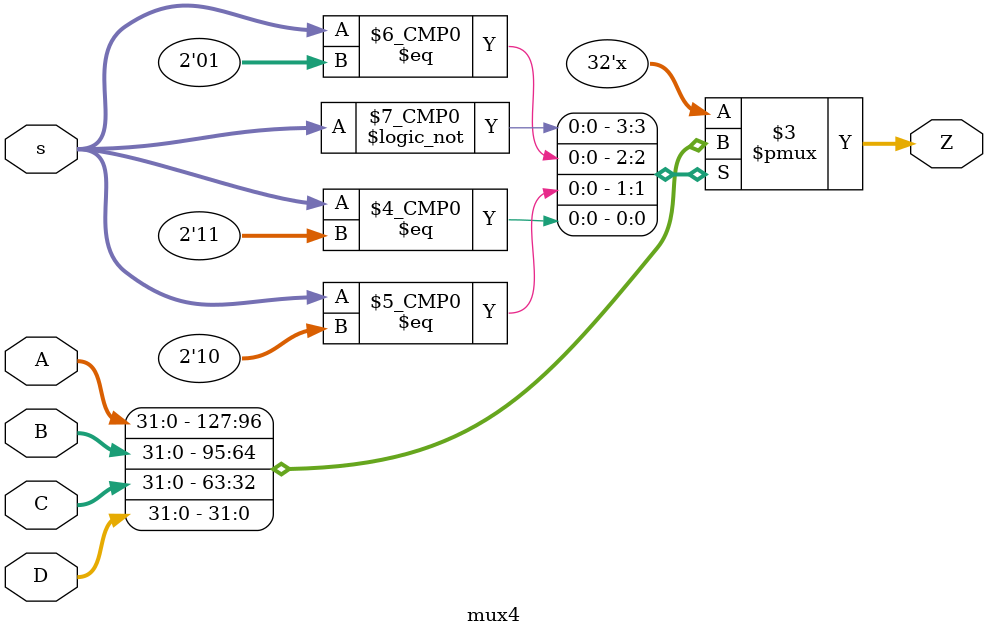
<source format=v>
`timescale 1ns / 1ps
module mux4(A,B,C,D,Z,s);

input[31:0] A,B,C,D;
input[1:0] s;

output[31:0] Z;

reg[31:0] Z=0;

always @ (A,B,C,D,s)
case(s)
2'b00:Z<=A;
2'b01:Z<=B;
2'b10:Z<=C;
2'b11:Z<=D;
endcase


endmodule


</source>
